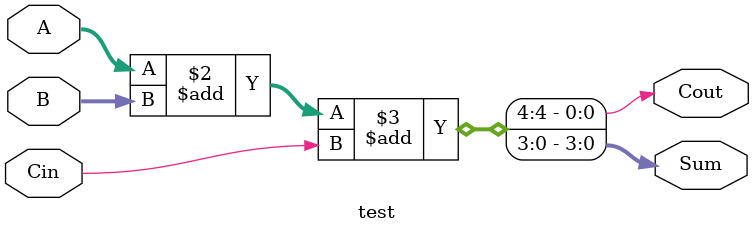
<source format=v>
module test(input [3:0] A, B, input Cin, output reg [3:0] Sum, output reg Cout);

    always @(A or B or Cin) begin
        {Cout, Sum} = A + B + Cin;
    end

endmodule

</source>
